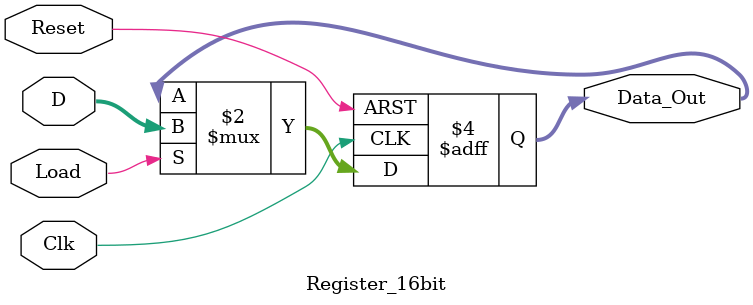
<source format=sv>
module Register_16bit(input logic Clk, Reset, Load, 
							 input logic [15:0] D, 
						    output logic [15:0] Data_Out);

always_ff @ (posedge Clk or posedge Reset)
begin
	if(Reset)
		Data_Out <= 16'h0;
	else if(Load)
		Data_Out <= D;
end

endmodule
</source>
